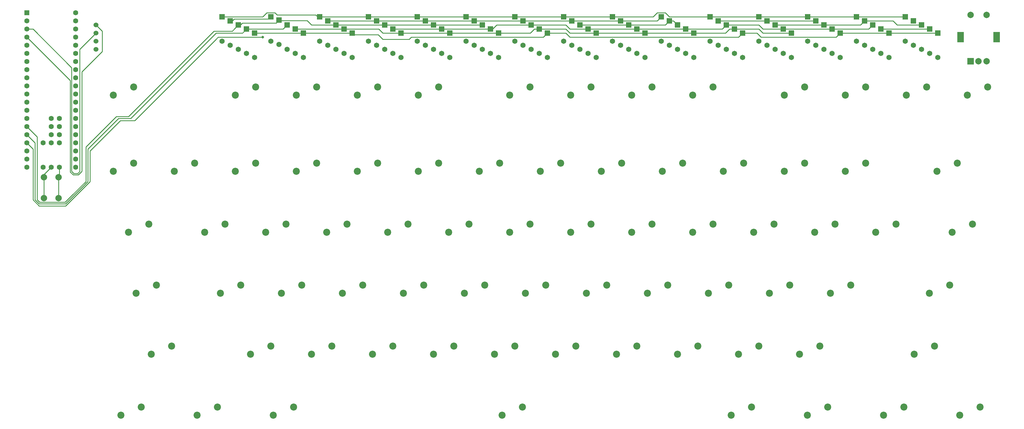
<source format=gbr>
%TF.GenerationSoftware,KiCad,Pcbnew,(5.1.7)-1*%
%TF.CreationDate,2020-12-17T15:46:30-08:00*%
%TF.ProjectId,memers and dreamers,6d656d65-7273-4206-916e-642064726561,rev?*%
%TF.SameCoordinates,Original*%
%TF.FileFunction,Copper,L1,Top*%
%TF.FilePolarity,Positive*%
%FSLAX46Y46*%
G04 Gerber Fmt 4.6, Leading zero omitted, Abs format (unit mm)*
G04 Created by KiCad (PCBNEW (5.1.7)-1) date 2020-12-17 15:46:30*
%MOMM*%
%LPD*%
G01*
G04 APERTURE LIST*
%TA.AperFunction,ComponentPad*%
%ADD10C,1.600000*%
%TD*%
%TA.AperFunction,ComponentPad*%
%ADD11R,1.600000X1.600000*%
%TD*%
%TA.AperFunction,ComponentPad*%
%ADD12C,2.200000*%
%TD*%
%TA.AperFunction,ComponentPad*%
%ADD13C,1.651000*%
%TD*%
%TA.AperFunction,ComponentPad*%
%ADD14R,1.651000X1.651000*%
%TD*%
%TA.AperFunction,ComponentPad*%
%ADD15C,2.000000*%
%TD*%
%TA.AperFunction,WasherPad*%
%ADD16R,2.000000X3.200000*%
%TD*%
%TA.AperFunction,ComponentPad*%
%ADD17R,2.000000X2.000000*%
%TD*%
%TA.AperFunction,ComponentPad*%
%ADD18C,1.524000*%
%TD*%
%TA.AperFunction,ViaPad*%
%ADD19C,0.800000*%
%TD*%
%TA.AperFunction,Conductor*%
%ADD20C,0.250000*%
%TD*%
G04 APERTURE END LIST*
D10*
%TO.P,U2,9*%
%TO.N,Net-(U2-Pad9)*%
X-6350000Y-54610000D03*
%TO.P,U2,10*%
%TO.N,Net-(U2-Pad10)*%
X-6350000Y-57150000D03*
%TO.P,U2,11*%
%TO.N,Net-(U2-Pad11)*%
X-6350000Y-59690000D03*
%TO.P,U2,8*%
%TO.N,Net-(U2-Pad8)*%
X-6350000Y-52070000D03*
%TO.P,U2,7*%
%TO.N,Net-(U2-Pad7)*%
X-6350000Y-49530000D03*
%TO.P,U2,6*%
%TO.N,Net-(U2-Pad6)*%
X-6350000Y-46990000D03*
%TO.P,U2,5*%
%TO.N,Net-(U2-Pad5)*%
X-6350000Y-44450000D03*
%TO.P,U2,4*%
%TO.N,SDA*%
X-6350000Y-41910000D03*
%TO.P,U2,3*%
%TO.N,SCL*%
X-6350000Y-39370000D03*
%TO.P,U2,2*%
%TO.N,Net-(U2-Pad2)*%
X-6350000Y-36830000D03*
D11*
%TO.P,U2,1*%
%TO.N,Net-(U2-Pad1)*%
X-6350000Y-34290000D03*
D10*
%TO.P,U2,12*%
%TO.N,Net-(U2-Pad12)*%
X-6350000Y-62230000D03*
%TO.P,U2,13*%
%TO.N,Row0*%
X-6350000Y-64770000D03*
%TO.P,U2,14*%
%TO.N,Row1*%
X-6350000Y-67310000D03*
%TO.P,U2,15*%
%TO.N,Row2*%
X-6350000Y-69850000D03*
%TO.P,U2,16*%
%TO.N,Row3*%
X-6350000Y-72390000D03*
%TO.P,U2,17*%
%TO.N,Row4*%
X-6350000Y-74930000D03*
%TO.P,U2,18*%
%TO.N,Row5*%
X-6350000Y-77470000D03*
%TO.P,U2,19*%
%TO.N,EncA*%
X-6350000Y-80010000D03*
%TO.P,U2,20*%
%TO.N,EncB*%
X-6350000Y-82550000D03*
%TO.P,U2,21*%
%TO.N,+5V*%
X-1270000Y-82550000D03*
%TO.P,U2,22*%
%TO.N,GND*%
X1270000Y-82550000D03*
%TO.P,U2,23*%
%TO.N,Reset*%
X3810000Y-82550000D03*
%TO.P,U2,24*%
%TO.N,Net-(U2-Pad24)*%
X8890000Y-82550000D03*
%TO.P,U2,25*%
%TO.N,Net-(U2-Pad25)*%
X8890000Y-80010000D03*
%TO.P,U2,26*%
%TO.N,Col14*%
X8890000Y-77470000D03*
%TO.P,U2,27*%
%TO.N,Col13*%
X8890000Y-74930000D03*
%TO.P,U2,28*%
%TO.N,Col12*%
X8890000Y-72390000D03*
%TO.P,U2,29*%
%TO.N,Col11*%
X8890000Y-69850000D03*
%TO.P,U2,30*%
%TO.N,Col10*%
X8890000Y-67310000D03*
%TO.P,U2,31*%
%TO.N,Col9*%
X8890000Y-64770000D03*
%TO.P,U2,32*%
%TO.N,Net-(U2-Pad32)*%
X8890000Y-62230000D03*
%TO.P,U2,33*%
%TO.N,GND*%
X8890000Y-59690000D03*
%TO.P,U2,34*%
%TO.N,Col8*%
X8890000Y-57150000D03*
%TO.P,U2,35*%
%TO.N,Col7*%
X8890000Y-54610000D03*
%TO.P,U2,36*%
%TO.N,Col6*%
X8890000Y-52070000D03*
%TO.P,U2,37*%
%TO.N,Col5*%
X8890000Y-49530000D03*
%TO.P,U2,38*%
%TO.N,Col4*%
X8890000Y-46990000D03*
%TO.P,U2,39*%
%TO.N,Col3*%
X8890000Y-44450000D03*
%TO.P,U2,40*%
%TO.N,Col2*%
X8890000Y-41910000D03*
%TO.P,U2,41*%
%TO.N,Col1*%
X8890000Y-39370000D03*
%TO.P,U2,42*%
%TO.N,Col0*%
X8890000Y-36830000D03*
%TO.P,U2,43*%
%TO.N,+5V*%
X8890000Y-34290000D03*
%TO.P,U2,44*%
%TO.N,Net-(U2-Pad44)*%
X3810000Y-67310000D03*
%TO.P,U2,45*%
%TO.N,Net-(U2-Pad45)*%
X3810000Y-69850000D03*
%TO.P,U2,46*%
%TO.N,Net-(U2-Pad46)*%
X3810000Y-72390000D03*
%TO.P,U2,47*%
%TO.N,Net-(U2-Pad47)*%
X3810000Y-74930000D03*
%TO.P,U2,48*%
%TO.N,Net-(U2-Pad48)*%
X1270000Y-67310000D03*
%TO.P,U2,49*%
%TO.N,Net-(U2-Pad49)*%
X1270000Y-69850000D03*
%TO.P,U2,50*%
%TO.N,Net-(U2-Pad50)*%
X1270000Y-72390000D03*
%TO.P,U2,51*%
%TO.N,Net-(U2-Pad51)*%
X1270000Y-74930000D03*
%TO.P,U2,52*%
%TO.N,Net-(U2-Pad52)*%
X-1270000Y-74930000D03*
%TD*%
D12*
%TO.P,SW14,1*%
%TO.N,Col0*%
X26957020Y-81280000D03*
%TO.P,SW14,2*%
%TO.N,Net-(D14-Pad2)*%
X20607020Y-83820000D03*
%TD*%
%TO.P,SW1,1*%
%TO.N,Col0*%
X26957020Y-57467500D03*
%TO.P,SW1,2*%
%TO.N,Net-(D1-Pad2)*%
X20607020Y-60007500D03*
%TD*%
D13*
%TO.P,D75,2*%
%TO.N,Net-(D75-Pad2)*%
X278130000Y-48260000D03*
D14*
%TO.P,D75,1*%
%TO.N,Row5*%
X278130000Y-40640000D03*
%TD*%
D13*
%TO.P,D74,2*%
%TO.N,Net-(D74-Pad2)*%
X262890000Y-48260000D03*
D14*
%TO.P,D74,1*%
%TO.N,Row5*%
X262890000Y-40640000D03*
%TD*%
D13*
%TO.P,D73,2*%
%TO.N,Net-(D73-Pad2)*%
X247650000Y-48260000D03*
D14*
%TO.P,D73,1*%
%TO.N,Row5*%
X247650000Y-40640000D03*
%TD*%
D13*
%TO.P,D72,2*%
%TO.N,Net-(D72-Pad2)*%
X217170000Y-48260000D03*
D14*
%TO.P,D72,1*%
%TO.N,Row5*%
X217170000Y-40640000D03*
%TD*%
D13*
%TO.P,D71,2*%
%TO.N,Net-(D71-Pad2)*%
X156210000Y-48260000D03*
D14*
%TO.P,D71,1*%
%TO.N,Row5*%
X156210000Y-40640000D03*
%TD*%
D13*
%TO.P,D70,2*%
%TO.N,Net-(D70-Pad2)*%
X95250000Y-48260000D03*
D14*
%TO.P,D70,1*%
%TO.N,Row5*%
X95250000Y-40640000D03*
%TD*%
D13*
%TO.P,D69,2*%
%TO.N,Net-(D69-Pad2)*%
X80010000Y-48260000D03*
D14*
%TO.P,D69,1*%
%TO.N,Row5*%
X80010000Y-40640000D03*
%TD*%
%TO.P,D68,1*%
%TO.N,Row5*%
X64770000Y-40640000D03*
D13*
%TO.P,D68,2*%
%TO.N,Net-(D68-Pad2)*%
X64770000Y-48260000D03*
%TD*%
%TO.P,D67,2*%
%TO.N,Net-(D67-Pad2)*%
X260350000Y-46990000D03*
D14*
%TO.P,D67,1*%
%TO.N,Row4*%
X260350000Y-39370000D03*
%TD*%
D13*
%TO.P,D66,2*%
%TO.N,Net-(D66-Pad2)*%
X232410000Y-48260000D03*
D14*
%TO.P,D66,1*%
%TO.N,Row4*%
X232410000Y-40640000D03*
%TD*%
D13*
%TO.P,D65,2*%
%TO.N,Net-(D65-Pad2)*%
X214630000Y-46990000D03*
D14*
%TO.P,D65,1*%
%TO.N,Row4*%
X214630000Y-39370000D03*
%TD*%
D13*
%TO.P,D64,2*%
%TO.N,Net-(D64-Pad2)*%
X201930000Y-48260000D03*
D14*
%TO.P,D64,1*%
%TO.N,Row4*%
X201930000Y-40640000D03*
%TD*%
D13*
%TO.P,D63,2*%
%TO.N,Net-(D63-Pad2)*%
X186690000Y-48260000D03*
D14*
%TO.P,D63,1*%
%TO.N,Row4*%
X186690000Y-40640000D03*
%TD*%
D13*
%TO.P,D62,2*%
%TO.N,Net-(D62-Pad2)*%
X171450000Y-48260000D03*
D14*
%TO.P,D62,1*%
%TO.N,Row4*%
X171450000Y-40640000D03*
%TD*%
D13*
%TO.P,D61,2*%
%TO.N,Net-(D61-Pad2)*%
X153670000Y-46990000D03*
D14*
%TO.P,D61,1*%
%TO.N,Row4*%
X153670000Y-39370000D03*
%TD*%
D13*
%TO.P,D60,2*%
%TO.N,Net-(D60-Pad2)*%
X140970000Y-48260000D03*
D14*
%TO.P,D60,1*%
%TO.N,Row4*%
X140970000Y-40640000D03*
%TD*%
D13*
%TO.P,D59,2*%
%TO.N,Net-(D59-Pad2)*%
X125730000Y-48260000D03*
D14*
%TO.P,D59,1*%
%TO.N,Row4*%
X125730000Y-40640000D03*
%TD*%
D13*
%TO.P,D58,2*%
%TO.N,Net-(D58-Pad2)*%
X110490000Y-48260000D03*
D14*
%TO.P,D58,1*%
%TO.N,Row4*%
X110490000Y-40640000D03*
%TD*%
D13*
%TO.P,D57,2*%
%TO.N,Net-(D57-Pad2)*%
X92710000Y-46990000D03*
D14*
%TO.P,D57,1*%
%TO.N,Row4*%
X92710000Y-39370000D03*
%TD*%
D13*
%TO.P,D56,2*%
%TO.N,Net-(D56-Pad2)*%
X77470000Y-46990000D03*
D14*
%TO.P,D56,1*%
%TO.N,Row4*%
X77470000Y-39370000D03*
%TD*%
D13*
%TO.P,D55,2*%
%TO.N,Net-(D55-Pad2)*%
X275590000Y-46990000D03*
D14*
%TO.P,D55,1*%
%TO.N,Row4*%
X275590000Y-39370000D03*
%TD*%
D13*
%TO.P,D54,2*%
%TO.N,Net-(D54-Pad2)*%
X257810000Y-45720000D03*
D14*
%TO.P,D54,1*%
%TO.N,Row3*%
X257810000Y-38100000D03*
%TD*%
D13*
%TO.P,D53,2*%
%TO.N,Net-(D53-Pad2)*%
X245110000Y-46990000D03*
D14*
%TO.P,D53,1*%
%TO.N,Row3*%
X245110000Y-39370000D03*
%TD*%
D13*
%TO.P,D52,2*%
%TO.N,Net-(D52-Pad2)*%
X229870000Y-46990000D03*
D14*
%TO.P,D52,1*%
%TO.N,Row3*%
X229870000Y-39370000D03*
%TD*%
D13*
%TO.P,D51,2*%
%TO.N,Net-(D51-Pad2)*%
X212090000Y-45720000D03*
D14*
%TO.P,D51,1*%
%TO.N,Row3*%
X212090000Y-38100000D03*
%TD*%
D13*
%TO.P,D50,2*%
%TO.N,Net-(D50-Pad2)*%
X199390000Y-46990000D03*
D14*
%TO.P,D50,1*%
%TO.N,Row3*%
X199390000Y-39370000D03*
%TD*%
D13*
%TO.P,D49,2*%
%TO.N,Net-(D49-Pad2)*%
X184150000Y-46990000D03*
D14*
%TO.P,D49,1*%
%TO.N,Row3*%
X184150000Y-39370000D03*
%TD*%
D13*
%TO.P,D48,2*%
%TO.N,Net-(D48-Pad2)*%
X168910000Y-46990000D03*
D14*
%TO.P,D48,1*%
%TO.N,Row3*%
X168910000Y-39370000D03*
%TD*%
D13*
%TO.P,D47,2*%
%TO.N,Net-(D47-Pad2)*%
X151130000Y-45720000D03*
D14*
%TO.P,D47,1*%
%TO.N,Row3*%
X151130000Y-38100000D03*
%TD*%
D13*
%TO.P,D46,2*%
%TO.N,Net-(D46-Pad2)*%
X138430000Y-46990000D03*
D14*
%TO.P,D46,1*%
%TO.N,Row3*%
X138430000Y-39370000D03*
%TD*%
D13*
%TO.P,D45,2*%
%TO.N,Net-(D45-Pad2)*%
X123190000Y-46990000D03*
D14*
%TO.P,D45,1*%
%TO.N,Row3*%
X123190000Y-39370000D03*
%TD*%
D13*
%TO.P,D44,2*%
%TO.N,Net-(D44-Pad2)*%
X107950000Y-46990000D03*
D14*
%TO.P,D44,1*%
%TO.N,Row3*%
X107950000Y-39370000D03*
%TD*%
D13*
%TO.P,D43,2*%
%TO.N,Net-(D43-Pad2)*%
X74930000Y-45720000D03*
D14*
%TO.P,D43,1*%
%TO.N,Row3*%
X74930000Y-38100000D03*
%TD*%
%TO.P,D42,1*%
%TO.N,Row3*%
X62230000Y-39370000D03*
D13*
%TO.P,D42,2*%
%TO.N,Net-(D42-Pad2)*%
X62230000Y-46990000D03*
%TD*%
%TO.P,D41,2*%
%TO.N,Net-(D41-Pad2)*%
X273050000Y-45720000D03*
D14*
%TO.P,D41,1*%
%TO.N,Row2*%
X273050000Y-38100000D03*
%TD*%
D13*
%TO.P,D40,2*%
%TO.N,Net-(D40-Pad2)*%
X255270000Y-44450000D03*
D14*
%TO.P,D40,1*%
%TO.N,Row2*%
X255270000Y-36830000D03*
%TD*%
D13*
%TO.P,D39,2*%
%TO.N,Net-(D39-Pad2)*%
X242570000Y-45720000D03*
D14*
%TO.P,D39,1*%
%TO.N,Row2*%
X242570000Y-38100000D03*
%TD*%
D13*
%TO.P,D38,2*%
%TO.N,Net-(D38-Pad2)*%
X227330000Y-45720000D03*
D14*
%TO.P,D38,1*%
%TO.N,Row2*%
X227330000Y-38100000D03*
%TD*%
D13*
%TO.P,D37,2*%
%TO.N,Net-(D37-Pad2)*%
X196850000Y-45720000D03*
D14*
%TO.P,D37,1*%
%TO.N,Row2*%
X196850000Y-38100000D03*
%TD*%
D13*
%TO.P,D36,2*%
%TO.N,Net-(D36-Pad2)*%
X194310000Y-44450000D03*
D14*
%TO.P,D36,1*%
%TO.N,Row2*%
X194310000Y-36830000D03*
%TD*%
D13*
%TO.P,D35,2*%
%TO.N,Net-(D35-Pad2)*%
X181610000Y-45720000D03*
D14*
%TO.P,D35,1*%
%TO.N,Row2*%
X181610000Y-38100000D03*
%TD*%
D13*
%TO.P,D34,2*%
%TO.N,Net-(D34-Pad2)*%
X166370000Y-45720000D03*
D14*
%TO.P,D34,1*%
%TO.N,Row2*%
X166370000Y-38100000D03*
%TD*%
D13*
%TO.P,D33,2*%
%TO.N,Net-(D33-Pad2)*%
X135890000Y-45720000D03*
D14*
%TO.P,D33,1*%
%TO.N,Row2*%
X135890000Y-38100000D03*
%TD*%
D13*
%TO.P,D32,2*%
%TO.N,Net-(D32-Pad2)*%
X120650000Y-45720000D03*
D14*
%TO.P,D32,1*%
%TO.N,Row2*%
X120650000Y-38100000D03*
%TD*%
D13*
%TO.P,D31,2*%
%TO.N,Net-(D31-Pad2)*%
X105410000Y-45720000D03*
D14*
%TO.P,D31,1*%
%TO.N,Row2*%
X105410000Y-38100000D03*
%TD*%
D13*
%TO.P,D30,2*%
%TO.N,Net-(D30-Pad2)*%
X90170000Y-45720000D03*
D14*
%TO.P,D30,1*%
%TO.N,Row2*%
X90170000Y-38100000D03*
%TD*%
D13*
%TO.P,D29,2*%
%TO.N,Net-(D29-Pad2)*%
X72390000Y-44196000D03*
D14*
%TO.P,D29,1*%
%TO.N,Row2*%
X72390000Y-36576000D03*
%TD*%
%TO.P,D28,1*%
%TO.N,Row2*%
X59690000Y-38100000D03*
D13*
%TO.P,D28,2*%
%TO.N,Net-(D28-Pad2)*%
X59690000Y-45720000D03*
%TD*%
%TO.P,D27,2*%
%TO.N,Net-(D27-Pad2)*%
X270510000Y-44450000D03*
D14*
%TO.P,D27,1*%
%TO.N,Row1*%
X270510000Y-36830000D03*
%TD*%
D13*
%TO.P,D26,2*%
%TO.N,Net-(D26-Pad2)*%
X240030000Y-44450000D03*
D14*
%TO.P,D26,1*%
%TO.N,Row1*%
X240030000Y-36830000D03*
%TD*%
D13*
%TO.P,D25,2*%
%TO.N,Net-(D25-Pad2)*%
X224790000Y-44450000D03*
D14*
%TO.P,D25,1*%
%TO.N,Row1*%
X224790000Y-36830000D03*
%TD*%
D13*
%TO.P,D24,2*%
%TO.N,Net-(D24-Pad2)*%
X209550000Y-44450000D03*
D14*
%TO.P,D24,1*%
%TO.N,Row1*%
X209550000Y-36830000D03*
%TD*%
D13*
%TO.P,D23,2*%
%TO.N,Net-(D23-Pad2)*%
X191770000Y-43180000D03*
D14*
%TO.P,D23,1*%
%TO.N,Row1*%
X191770000Y-35560000D03*
%TD*%
D13*
%TO.P,D22,2*%
%TO.N,Net-(D22-Pad2)*%
X179070000Y-44450000D03*
D14*
%TO.P,D22,1*%
%TO.N,Row1*%
X179070000Y-36830000D03*
%TD*%
D13*
%TO.P,D21,2*%
%TO.N,Net-(D21-Pad2)*%
X163830000Y-44450000D03*
D14*
%TO.P,D21,1*%
%TO.N,Row1*%
X163830000Y-36830000D03*
%TD*%
D13*
%TO.P,D20,2*%
%TO.N,Net-(D20-Pad2)*%
X148590000Y-44450000D03*
D14*
%TO.P,D20,1*%
%TO.N,Row1*%
X148590000Y-36830000D03*
%TD*%
D13*
%TO.P,D19,2*%
%TO.N,Net-(D19-Pad2)*%
X133350000Y-44450000D03*
D14*
%TO.P,D19,1*%
%TO.N,Row1*%
X133350000Y-36830000D03*
%TD*%
D13*
%TO.P,D18,2*%
%TO.N,Net-(D18-Pad2)*%
X118110000Y-44450000D03*
D14*
%TO.P,D18,1*%
%TO.N,Row1*%
X118110000Y-36830000D03*
%TD*%
D13*
%TO.P,D17,2*%
%TO.N,Net-(D17-Pad2)*%
X102870000Y-44450000D03*
D14*
%TO.P,D17,1*%
%TO.N,Row1*%
X102870000Y-36830000D03*
%TD*%
D13*
%TO.P,D16,2*%
%TO.N,Net-(D16-Pad2)*%
X87630000Y-44450000D03*
D14*
%TO.P,D16,1*%
%TO.N,Row1*%
X87630000Y-36830000D03*
%TD*%
D13*
%TO.P,D15,2*%
%TO.N,Net-(D15-Pad2)*%
X69850000Y-43180000D03*
D14*
%TO.P,D15,1*%
%TO.N,Row1*%
X69850000Y-35560000D03*
%TD*%
%TO.P,D14,1*%
%TO.N,Row1*%
X57150000Y-36830000D03*
D13*
%TO.P,D14,2*%
%TO.N,Net-(D14-Pad2)*%
X57150000Y-44450000D03*
%TD*%
%TO.P,D13,2*%
%TO.N,Net-(D13-Pad2)*%
X267970000Y-43180000D03*
D14*
%TO.P,D13,1*%
%TO.N,Row0*%
X267970000Y-35560000D03*
%TD*%
D13*
%TO.P,D12,2*%
%TO.N,Net-(D12-Pad2)*%
X252730000Y-43180000D03*
D14*
%TO.P,D12,1*%
%TO.N,Row0*%
X252730000Y-35560000D03*
%TD*%
D13*
%TO.P,D11,2*%
%TO.N,Net-(D11-Pad2)*%
X237490000Y-43180000D03*
D14*
%TO.P,D11,1*%
%TO.N,Row0*%
X237490000Y-35560000D03*
%TD*%
D13*
%TO.P,D10,2*%
%TO.N,Net-(D10-Pad2)*%
X222250000Y-43180000D03*
D14*
%TO.P,D10,1*%
%TO.N,Row0*%
X222250000Y-35560000D03*
%TD*%
D13*
%TO.P,D9,2*%
%TO.N,Net-(D9-Pad2)*%
X207010000Y-43180000D03*
D14*
%TO.P,D9,1*%
%TO.N,Row0*%
X207010000Y-35560000D03*
%TD*%
D13*
%TO.P,D8,2*%
%TO.N,Net-(D8-Pad2)*%
X176530000Y-43180000D03*
D14*
%TO.P,D8,1*%
%TO.N,Row0*%
X176530000Y-35560000D03*
%TD*%
D13*
%TO.P,D7,2*%
%TO.N,Net-(D7-Pad2)*%
X161290000Y-43180000D03*
D14*
%TO.P,D7,1*%
%TO.N,Row0*%
X161290000Y-35560000D03*
%TD*%
D13*
%TO.P,D6,2*%
%TO.N,Net-(D6-Pad2)*%
X146050000Y-43180000D03*
D14*
%TO.P,D6,1*%
%TO.N,Row0*%
X146050000Y-35560000D03*
%TD*%
D13*
%TO.P,D5,2*%
%TO.N,Net-(D5-Pad2)*%
X130810000Y-43180000D03*
D14*
%TO.P,D5,1*%
%TO.N,Row0*%
X130810000Y-35560000D03*
%TD*%
D13*
%TO.P,D4,2*%
%TO.N,Net-(D4-Pad2)*%
X115570000Y-43180000D03*
D14*
%TO.P,D4,1*%
%TO.N,Row0*%
X115570000Y-35560000D03*
%TD*%
D13*
%TO.P,D3,2*%
%TO.N,Net-(D3-Pad2)*%
X100330000Y-43180000D03*
D14*
%TO.P,D3,1*%
%TO.N,Row0*%
X100330000Y-35560000D03*
%TD*%
D13*
%TO.P,D2,2*%
%TO.N,Net-(D2-Pad2)*%
X85090000Y-43180000D03*
D14*
%TO.P,D2,1*%
%TO.N,Row0*%
X85090000Y-35560000D03*
%TD*%
%TO.P,D1,1*%
%TO.N,Row0*%
X54610000Y-35560000D03*
D13*
%TO.P,D1,2*%
%TO.N,Net-(D1-Pad2)*%
X54610000Y-43180000D03*
%TD*%
D12*
%TO.P,SW75,2*%
%TO.N,Net-(D75-Pad2)*%
X284988000Y-160020000D03*
%TO.P,SW75,1*%
%TO.N,Col14*%
X291338000Y-157480000D03*
%TD*%
%TO.P,SW74,2*%
%TO.N,Net-(D74-Pad2)*%
X261175500Y-160020000D03*
%TO.P,SW74,1*%
%TO.N,Col13*%
X267525500Y-157480000D03*
%TD*%
%TO.P,SW73,2*%
%TO.N,Net-(D73-Pad2)*%
X237363000Y-160020000D03*
%TO.P,SW73,1*%
%TO.N,Col11*%
X243713000Y-157480000D03*
%TD*%
%TO.P,SW72,2*%
%TO.N,Net-(D72-Pad2)*%
X213550500Y-160020000D03*
%TO.P,SW72,1*%
%TO.N,Col10*%
X219900500Y-157480000D03*
%TD*%
%TO.P,SW2,1*%
%TO.N,Col2*%
X65057020Y-57467500D03*
%TO.P,SW2,2*%
%TO.N,Net-(D2-Pad2)*%
X58707020Y-60007500D03*
%TD*%
%TO.P,SW3,1*%
%TO.N,Col3*%
X84107020Y-57467500D03*
%TO.P,SW3,2*%
%TO.N,Net-(D3-Pad2)*%
X77757020Y-60007500D03*
%TD*%
%TO.P,SW4,2*%
%TO.N,Net-(D4-Pad2)*%
X96807020Y-60007500D03*
%TO.P,SW4,1*%
%TO.N,Col4*%
X103157020Y-57467500D03*
%TD*%
%TO.P,SW5,1*%
%TO.N,Col5*%
X122207020Y-57467500D03*
%TO.P,SW5,2*%
%TO.N,Net-(D5-Pad2)*%
X115857020Y-60007500D03*
%TD*%
%TO.P,SW6,2*%
%TO.N,Net-(D6-Pad2)*%
X144432020Y-60007500D03*
%TO.P,SW6,1*%
%TO.N,Col7*%
X150782020Y-57467500D03*
%TD*%
%TO.P,SW7,1*%
%TO.N,Col8*%
X169832020Y-57467500D03*
%TO.P,SW7,2*%
%TO.N,Net-(D7-Pad2)*%
X163482020Y-60007500D03*
%TD*%
%TO.P,SW8,2*%
%TO.N,Net-(D8-Pad2)*%
X182532020Y-60007500D03*
%TO.P,SW8,1*%
%TO.N,Col9*%
X188882020Y-57467500D03*
%TD*%
%TO.P,SW9,2*%
%TO.N,Net-(D9-Pad2)*%
X201582020Y-60007500D03*
%TO.P,SW9,1*%
%TO.N,Col10*%
X207932020Y-57467500D03*
%TD*%
%TO.P,SW10,2*%
%TO.N,Net-(D10-Pad2)*%
X230157020Y-60007500D03*
%TO.P,SW10,1*%
%TO.N,Col11*%
X236507020Y-57467500D03*
%TD*%
%TO.P,SW11,1*%
%TO.N,Col12*%
X255557020Y-57467500D03*
%TO.P,SW11,2*%
%TO.N,Net-(D11-Pad2)*%
X249207020Y-60007500D03*
%TD*%
%TO.P,SW12,2*%
%TO.N,Net-(D12-Pad2)*%
X268257020Y-60007500D03*
%TO.P,SW12,1*%
%TO.N,Col13*%
X274607020Y-57467500D03*
%TD*%
%TO.P,SW13,1*%
%TO.N,Col14*%
X293657020Y-57467500D03*
%TO.P,SW13,2*%
%TO.N,Net-(D13-Pad2)*%
X287307020Y-60007500D03*
%TD*%
%TO.P,SW15,2*%
%TO.N,Net-(D15-Pad2)*%
X39657020Y-83820000D03*
%TO.P,SW15,1*%
%TO.N,Col1*%
X46007020Y-81280000D03*
%TD*%
%TO.P,SW16,2*%
%TO.N,Net-(D16-Pad2)*%
X58707020Y-83820000D03*
%TO.P,SW16,1*%
%TO.N,Col2*%
X65057020Y-81280000D03*
%TD*%
%TO.P,SW17,2*%
%TO.N,Net-(D17-Pad2)*%
X77757020Y-83820000D03*
%TO.P,SW17,1*%
%TO.N,Col3*%
X84107020Y-81280000D03*
%TD*%
%TO.P,SW18,1*%
%TO.N,Col4*%
X103157020Y-81280000D03*
%TO.P,SW18,2*%
%TO.N,Net-(D18-Pad2)*%
X96807020Y-83820000D03*
%TD*%
%TO.P,SW19,2*%
%TO.N,Net-(D19-Pad2)*%
X115857020Y-83820000D03*
%TO.P,SW19,1*%
%TO.N,Col5*%
X122207020Y-81280000D03*
%TD*%
%TO.P,SW20,1*%
%TO.N,Col6*%
X141257020Y-81280000D03*
%TO.P,SW20,2*%
%TO.N,Net-(D20-Pad2)*%
X134907020Y-83820000D03*
%TD*%
%TO.P,SW21,1*%
%TO.N,Col7*%
X160307020Y-81280000D03*
%TO.P,SW21,2*%
%TO.N,Net-(D21-Pad2)*%
X153957020Y-83820000D03*
%TD*%
%TO.P,SW22,2*%
%TO.N,Net-(D22-Pad2)*%
X173007020Y-83820000D03*
%TO.P,SW22,1*%
%TO.N,Col8*%
X179357020Y-81280000D03*
%TD*%
%TO.P,SW23,2*%
%TO.N,Net-(D23-Pad2)*%
X192057020Y-83820000D03*
%TO.P,SW23,1*%
%TO.N,Col9*%
X198407020Y-81280000D03*
%TD*%
%TO.P,SW24,1*%
%TO.N,Col10*%
X217457020Y-81280000D03*
%TO.P,SW24,2*%
%TO.N,Net-(D24-Pad2)*%
X211107020Y-83820000D03*
%TD*%
%TO.P,SW25,1*%
%TO.N,Col11*%
X236507020Y-81280000D03*
%TO.P,SW25,2*%
%TO.N,Net-(D25-Pad2)*%
X230157020Y-83820000D03*
%TD*%
%TO.P,SW26,1*%
%TO.N,Col12*%
X255557020Y-81280000D03*
%TO.P,SW26,2*%
%TO.N,Net-(D26-Pad2)*%
X249207020Y-83820000D03*
%TD*%
%TO.P,SW27,1*%
%TO.N,Col14*%
X284190440Y-81280000D03*
%TO.P,SW27,2*%
%TO.N,Net-(D27-Pad2)*%
X277840440Y-83820000D03*
%TD*%
%TO.P,SW28,1*%
%TO.N,Col0*%
X31719520Y-100330000D03*
%TO.P,SW28,2*%
%TO.N,Net-(D28-Pad2)*%
X25369520Y-102870000D03*
%TD*%
%TO.P,SW29,1*%
%TO.N,Col2*%
X55532020Y-100330000D03*
%TO.P,SW29,2*%
%TO.N,Net-(D29-Pad2)*%
X49182020Y-102870000D03*
%TD*%
%TO.P,SW30,2*%
%TO.N,Net-(D30-Pad2)*%
X68232020Y-102870000D03*
%TO.P,SW30,1*%
%TO.N,Col3*%
X74582020Y-100330000D03*
%TD*%
%TO.P,SW31,2*%
%TO.N,Net-(D31-Pad2)*%
X87282020Y-102870000D03*
%TO.P,SW31,1*%
%TO.N,Col4*%
X93632020Y-100330000D03*
%TD*%
%TO.P,SW32,2*%
%TO.N,Net-(D32-Pad2)*%
X106332020Y-102870000D03*
%TO.P,SW32,1*%
%TO.N,Col5*%
X112682020Y-100330000D03*
%TD*%
%TO.P,SW33,2*%
%TO.N,Net-(D33-Pad2)*%
X125382020Y-102870000D03*
%TO.P,SW33,1*%
%TO.N,Col6*%
X131732020Y-100330000D03*
%TD*%
%TO.P,SW34,2*%
%TO.N,Net-(D34-Pad2)*%
X144432020Y-102870000D03*
%TO.P,SW34,1*%
%TO.N,Col7*%
X150782020Y-100330000D03*
%TD*%
%TO.P,SW35,1*%
%TO.N,Col8*%
X169832020Y-100330000D03*
%TO.P,SW35,2*%
%TO.N,Net-(D35-Pad2)*%
X163482020Y-102870000D03*
%TD*%
%TO.P,SW36,2*%
%TO.N,Net-(D36-Pad2)*%
X182532020Y-102870000D03*
%TO.P,SW36,1*%
%TO.N,Col9*%
X188882020Y-100330000D03*
%TD*%
%TO.P,SW37,2*%
%TO.N,Net-(D37-Pad2)*%
X201582020Y-102870000D03*
%TO.P,SW37,1*%
%TO.N,Col10*%
X207932020Y-100330000D03*
%TD*%
%TO.P,SW38,1*%
%TO.N,Col11*%
X226982020Y-100330000D03*
%TO.P,SW38,2*%
%TO.N,Net-(D38-Pad2)*%
X220632020Y-102870000D03*
%TD*%
%TO.P,SW39,1*%
%TO.N,Col12*%
X246032020Y-100330000D03*
%TO.P,SW39,2*%
%TO.N,Net-(D39-Pad2)*%
X239682020Y-102870000D03*
%TD*%
%TO.P,SW40,1*%
%TO.N,Col13*%
X265082020Y-100330000D03*
%TO.P,SW40,2*%
%TO.N,Net-(D40-Pad2)*%
X258732020Y-102870000D03*
%TD*%
%TO.P,SW41,2*%
%TO.N,Net-(D41-Pad2)*%
X282605480Y-102872540D03*
%TO.P,SW41,1*%
%TO.N,Col14*%
X288955480Y-100332540D03*
%TD*%
%TO.P,SW42,1*%
%TO.N,Col0*%
X34099500Y-119380000D03*
%TO.P,SW42,2*%
%TO.N,Net-(D42-Pad2)*%
X27749500Y-121920000D03*
%TD*%
%TO.P,SW43,2*%
%TO.N,Net-(D43-Pad2)*%
X54038500Y-121920000D03*
%TO.P,SW43,1*%
%TO.N,Col2*%
X60388500Y-119380000D03*
%TD*%
%TO.P,SW44,1*%
%TO.N,Col3*%
X79438500Y-119380000D03*
%TO.P,SW44,2*%
%TO.N,Net-(D44-Pad2)*%
X73088500Y-121920000D03*
%TD*%
%TO.P,SW45,1*%
%TO.N,Col4*%
X98488500Y-119380000D03*
%TO.P,SW45,2*%
%TO.N,Net-(D45-Pad2)*%
X92138500Y-121920000D03*
%TD*%
%TO.P,SW46,1*%
%TO.N,Col5*%
X117538500Y-119380000D03*
%TO.P,SW46,2*%
%TO.N,Net-(D46-Pad2)*%
X111188500Y-121920000D03*
%TD*%
%TO.P,SW47,1*%
%TO.N,Col6*%
X136588500Y-119380000D03*
%TO.P,SW47,2*%
%TO.N,Net-(D47-Pad2)*%
X130238500Y-121920000D03*
%TD*%
%TO.P,SW48,2*%
%TO.N,Net-(D48-Pad2)*%
X149288500Y-121920000D03*
%TO.P,SW48,1*%
%TO.N,Col7*%
X155638500Y-119380000D03*
%TD*%
%TO.P,SW49,2*%
%TO.N,Net-(D49-Pad2)*%
X168338500Y-121920000D03*
%TO.P,SW49,1*%
%TO.N,Col8*%
X174688500Y-119380000D03*
%TD*%
%TO.P,SW50,1*%
%TO.N,Col9*%
X193738500Y-119380000D03*
%TO.P,SW50,2*%
%TO.N,Net-(D50-Pad2)*%
X187388500Y-121920000D03*
%TD*%
%TO.P,SW51,1*%
%TO.N,Col10*%
X212788500Y-119380000D03*
%TO.P,SW51,2*%
%TO.N,Net-(D51-Pad2)*%
X206438500Y-121920000D03*
%TD*%
%TO.P,SW52,2*%
%TO.N,Net-(D52-Pad2)*%
X225488500Y-121920000D03*
%TO.P,SW52,1*%
%TO.N,Col11*%
X231838500Y-119380000D03*
%TD*%
%TO.P,SW53,2*%
%TO.N,Net-(D53-Pad2)*%
X244538500Y-121920000D03*
%TO.P,SW53,1*%
%TO.N,Col12*%
X250888500Y-119380000D03*
%TD*%
%TO.P,SW54,2*%
%TO.N,Net-(D54-Pad2)*%
X275463000Y-121920000D03*
%TO.P,SW54,1*%
%TO.N,Col13*%
X281813000Y-119380000D03*
%TD*%
D15*
%TO.P,SW55,S1*%
%TO.N,Net-(D55-Pad2)*%
X293330000Y-34910000D03*
%TO.P,SW55,S2*%
%TO.N,Col14*%
X288330000Y-34910000D03*
D16*
%TO.P,SW55,*%
%TO.N,*%
X296430000Y-41910000D03*
X285230000Y-41910000D03*
D15*
%TO.P,SW55,B*%
%TO.N,EncB*%
X293330000Y-49410000D03*
%TO.P,SW55,C*%
%TO.N,GND*%
X290830000Y-49410000D03*
D17*
%TO.P,SW55,A*%
%TO.N,EncA*%
X288330000Y-49410000D03*
%TD*%
D12*
%TO.P,SW56,1*%
%TO.N,Col1*%
X38862000Y-138430000D03*
%TO.P,SW56,2*%
%TO.N,Net-(D56-Pad2)*%
X32512000Y-140970000D03*
%TD*%
%TO.P,SW57,2*%
%TO.N,Net-(D57-Pad2)*%
X63500000Y-140970000D03*
%TO.P,SW57,1*%
%TO.N,Col2*%
X69850000Y-138430000D03*
%TD*%
%TO.P,SW58,1*%
%TO.N,Col3*%
X88900000Y-138430000D03*
%TO.P,SW58,2*%
%TO.N,Net-(D58-Pad2)*%
X82550000Y-140970000D03*
%TD*%
%TO.P,SW59,1*%
%TO.N,Col4*%
X107950000Y-138430000D03*
%TO.P,SW59,2*%
%TO.N,Net-(D59-Pad2)*%
X101600000Y-140970000D03*
%TD*%
%TO.P,SW60,2*%
%TO.N,Net-(D60-Pad2)*%
X120650000Y-140970000D03*
%TO.P,SW60,1*%
%TO.N,Col5*%
X127000000Y-138430000D03*
%TD*%
%TO.P,SW61,2*%
%TO.N,Net-(D61-Pad2)*%
X139700000Y-140970000D03*
%TO.P,SW61,1*%
%TO.N,Col6*%
X146050000Y-138430000D03*
%TD*%
%TO.P,SW62,1*%
%TO.N,Col7*%
X165100000Y-138430000D03*
%TO.P,SW62,2*%
%TO.N,Net-(D62-Pad2)*%
X158750000Y-140970000D03*
%TD*%
%TO.P,SW63,2*%
%TO.N,Net-(D63-Pad2)*%
X177800000Y-140970000D03*
%TO.P,SW63,1*%
%TO.N,Col8*%
X184150000Y-138430000D03*
%TD*%
%TO.P,SW64,1*%
%TO.N,Col9*%
X203200000Y-138430000D03*
%TO.P,SW64,2*%
%TO.N,Net-(D64-Pad2)*%
X196850000Y-140970000D03*
%TD*%
%TO.P,SW65,1*%
%TO.N,Col10*%
X222250000Y-138430000D03*
%TO.P,SW65,2*%
%TO.N,Net-(D65-Pad2)*%
X215900000Y-140970000D03*
%TD*%
%TO.P,SW66,2*%
%TO.N,Net-(D66-Pad2)*%
X234950000Y-140970000D03*
%TO.P,SW66,1*%
%TO.N,Col11*%
X241300000Y-138430000D03*
%TD*%
%TO.P,SW67,1*%
%TO.N,Col13*%
X277050500Y-138430000D03*
%TO.P,SW67,2*%
%TO.N,Net-(D67-Pad2)*%
X270700500Y-140970000D03*
%TD*%
%TO.P,SW68,1*%
%TO.N,Col0*%
X29337000Y-157480000D03*
%TO.P,SW68,2*%
%TO.N,Net-(D68-Pad2)*%
X22987000Y-160020000D03*
%TD*%
%TO.P,SW69,2*%
%TO.N,Net-(D69-Pad2)*%
X46799500Y-160020000D03*
%TO.P,SW69,1*%
%TO.N,Col1*%
X53149500Y-157480000D03*
%TD*%
%TO.P,SW70,1*%
%TO.N,Col3*%
X76962000Y-157480000D03*
%TO.P,SW70,2*%
%TO.N,Net-(D70-Pad2)*%
X70612000Y-160020000D03*
%TD*%
%TO.P,SW71,1*%
%TO.N,Col6*%
X148399500Y-157480000D03*
%TO.P,SW71,2*%
%TO.N,Net-(D71-Pad2)*%
X142049500Y-160020000D03*
%TD*%
D15*
%TO.P,SW76,2*%
%TO.N,GND*%
X-1007500Y-85661500D03*
%TO.P,SW76,1*%
%TO.N,Reset*%
X3492500Y-85661500D03*
%TO.P,SW76,2*%
%TO.N,GND*%
X-1007500Y-92161500D03*
%TO.P,SW76,1*%
%TO.N,Reset*%
X3492500Y-92161500D03*
%TD*%
D18*
%TO.P,U1,1*%
%TO.N,SDA*%
X15240000Y-38100000D03*
%TO.P,U1,2*%
%TO.N,SCL*%
X15240000Y-40640000D03*
%TO.P,U1,3*%
%TO.N,+5V*%
X15240000Y-43180000D03*
%TO.P,U1,4*%
%TO.N,GND*%
X15240000Y-45720000D03*
%TD*%
D19*
%TO.N,Row4*%
X67310000Y-41910000D03*
%TD*%
D20*
%TO.N,Row0*%
X67310000Y-35560000D02*
X54610000Y-35560000D01*
X68580000Y-34290000D02*
X67310000Y-35560000D01*
X71120000Y-34290000D02*
X68580000Y-34290000D01*
X71755000Y-34925000D02*
X71120000Y-34290000D01*
X83820000Y-34925000D02*
X71755000Y-34925000D01*
X84455000Y-35560000D02*
X83820000Y-34925000D01*
X85090000Y-35560000D02*
X84455000Y-35560000D01*
X85090000Y-35560000D02*
X100330000Y-35560000D01*
X100330000Y-35560000D02*
X115570000Y-35560000D01*
X130810000Y-35560000D02*
X115570000Y-35560000D01*
X146050000Y-35560000D02*
X130810000Y-35560000D01*
X146050000Y-35560000D02*
X161290000Y-35560000D01*
X162863998Y-35560000D02*
X161290000Y-35560000D01*
X176530000Y-35560000D02*
X162863998Y-35560000D01*
X206375000Y-34925000D02*
X207010000Y-35560000D01*
X207010000Y-35560000D02*
X222250000Y-35560000D01*
X190500000Y-34290000D02*
X189230000Y-35560000D01*
X189230000Y-35560000D02*
X176530000Y-35560000D01*
X193040000Y-34290000D02*
X190500000Y-34290000D01*
X194310000Y-35560000D02*
X193040000Y-34290000D01*
X207010000Y-35560000D02*
X194310000Y-35560000D01*
X222250000Y-35560000D02*
X237490000Y-35560000D01*
X237490000Y-35560000D02*
X252730000Y-35560000D01*
X267970000Y-35560000D02*
X252730000Y-35560000D01*
%TO.N,Row1*%
X57150000Y-36830000D02*
X57785000Y-36830000D01*
X57785000Y-36830000D02*
X58420000Y-36195000D01*
X69215000Y-36195000D02*
X69850000Y-35560000D01*
X58420000Y-36195000D02*
X69215000Y-36195000D01*
X91136002Y-36830000D02*
X102870000Y-36830000D01*
X87630000Y-36830000D02*
X91136002Y-36830000D01*
X102870000Y-36830000D02*
X118110000Y-36830000D01*
X131776002Y-36830000D02*
X133350000Y-36830000D01*
X118110000Y-36830000D02*
X131776002Y-36830000D01*
X133350000Y-36830000D02*
X148590000Y-36830000D01*
X163830000Y-36830000D02*
X148590000Y-36830000D01*
X179070000Y-36830000D02*
X163830000Y-36830000D01*
X190500000Y-36830000D02*
X191770000Y-35560000D01*
X179070000Y-36830000D02*
X190500000Y-36830000D01*
X213056002Y-36830000D02*
X224790000Y-36830000D01*
X209550000Y-36830000D02*
X213056002Y-36830000D01*
X224790000Y-36830000D02*
X240030000Y-36830000D01*
%TO.N,Row2*%
X-3175000Y-73025000D02*
X-3175000Y-83820000D01*
X-6350000Y-69850000D02*
X-3175000Y-73025000D01*
X-3175000Y-83820000D02*
X-3175000Y-92710000D01*
X-2398499Y-93486501D02*
X5573499Y-93486501D01*
X-3175000Y-92710000D02*
X-2398499Y-93486501D01*
X5573499Y-93486501D02*
X7620000Y-91440000D01*
X7620000Y-91440000D02*
X12065000Y-86995000D01*
X12065000Y-86995000D02*
X12065000Y-76200000D01*
X12065000Y-76200000D02*
X21590000Y-66675000D01*
X21590000Y-66675000D02*
X25400000Y-66675000D01*
X25400000Y-66675000D02*
X50165000Y-41910000D01*
X50165000Y-41910000D02*
X51435000Y-40640000D01*
X59690000Y-38100000D02*
X58420000Y-39370000D01*
X58420000Y-39370000D02*
X57785000Y-40005000D01*
X57785000Y-40005000D02*
X52070000Y-40005000D01*
X52070000Y-40005000D02*
X51435000Y-40640000D01*
X59690000Y-38100000D02*
X60325000Y-38100000D01*
X60325000Y-38100000D02*
X60960000Y-37465000D01*
X71501000Y-37465000D02*
X72390000Y-36576000D01*
X60960000Y-37465000D02*
X71501000Y-37465000D01*
X254000000Y-38100000D02*
X255270000Y-36830000D01*
X242570000Y-38100000D02*
X254000000Y-38100000D01*
X72524501Y-36710501D02*
X81160501Y-36710501D01*
X72390000Y-36576000D02*
X72524501Y-36710501D01*
X81160501Y-36710501D02*
X82550000Y-38100000D01*
X82550000Y-38100000D02*
X90170000Y-38100000D01*
X90170000Y-38100000D02*
X105410000Y-38100000D01*
X227330000Y-38100000D02*
X242570000Y-38100000D01*
X265430000Y-38100000D02*
X273050000Y-38100000D01*
X264160000Y-36830000D02*
X265430000Y-38100000D01*
X255270000Y-36830000D02*
X264160000Y-36830000D01*
X119076002Y-38100000D02*
X120650000Y-38100000D01*
X105410000Y-38100000D02*
X119076002Y-38100000D01*
X124156002Y-38100000D02*
X135890000Y-38100000D01*
X120650000Y-38100000D02*
X124156002Y-38100000D01*
X166370000Y-38100000D02*
X181610000Y-38100000D01*
X193040000Y-38100000D02*
X194310000Y-36830000D01*
X181610000Y-38100000D02*
X193040000Y-38100000D01*
X195580000Y-36830000D02*
X196850000Y-38100000D01*
X194310000Y-36830000D02*
X195580000Y-36830000D01*
%TO.N,Row3*%
X-3810000Y-92711410D02*
X-3810000Y-74930000D01*
X-2584899Y-93936511D02*
X-3810000Y-92711410D01*
X12700000Y-86996410D02*
X5759900Y-93936510D01*
X12700000Y-76835000D02*
X12700000Y-86996410D01*
X5759900Y-93936510D02*
X-2584899Y-93936511D01*
X22225000Y-67310000D02*
X12700000Y-76835000D01*
X26035000Y-67310000D02*
X22225000Y-67310000D01*
X52070000Y-41275000D02*
X26035000Y-67310000D01*
X-3810000Y-74930000D02*
X-6350000Y-72390000D01*
X62230000Y-39370000D02*
X61595000Y-40005000D01*
X61595000Y-40005000D02*
X60960000Y-40640000D01*
X60960000Y-40640000D02*
X52705000Y-40640000D01*
X52705000Y-40640000D02*
X52070000Y-41275000D01*
X256540000Y-39370000D02*
X257810000Y-38100000D01*
X245110000Y-39370000D02*
X256540000Y-39370000D01*
X73660000Y-39370000D02*
X74930000Y-38100000D01*
X62230000Y-39370000D02*
X73660000Y-39370000D01*
X138430000Y-39370000D02*
X139065000Y-39370000D01*
X140335000Y-38100000D02*
X151130000Y-38100000D01*
X139065000Y-39370000D02*
X140335000Y-38100000D01*
X151130000Y-38100000D02*
X161925000Y-38100000D01*
X163195000Y-39370000D02*
X168910000Y-39370000D01*
X161925000Y-38100000D02*
X163195000Y-39370000D01*
X184150000Y-39370000D02*
X199390000Y-39370000D01*
X229870000Y-39370000D02*
X245110000Y-39370000D01*
X111456002Y-39370000D02*
X123190000Y-39370000D01*
X107950000Y-39370000D02*
X111456002Y-39370000D01*
X138430000Y-39370000D02*
X123190000Y-39370000D01*
X168910000Y-39370000D02*
X184150000Y-39370000D01*
X210820000Y-39370000D02*
X212090000Y-38100000D01*
X199390000Y-39370000D02*
X210820000Y-39370000D01*
X212090000Y-38100000D02*
X222250000Y-38100000D01*
X223520000Y-39370000D02*
X229870000Y-39370000D01*
X222250000Y-38100000D02*
X223520000Y-39370000D01*
%TO.N,Row4*%
X-4445000Y-76835000D02*
X-4445000Y-92712820D01*
X-6350000Y-74930000D02*
X-4445000Y-76835000D01*
X77470000Y-39370000D02*
X85090000Y-39370000D01*
X85090000Y-39370000D02*
X92710000Y-39370000D01*
X92710000Y-39370000D02*
X103505000Y-39370000D01*
X104775000Y-40640000D02*
X110490000Y-40640000D01*
X103505000Y-39370000D02*
X104775000Y-40640000D01*
X152096002Y-39370000D02*
X153670000Y-39370000D01*
X150826002Y-40640000D02*
X152096002Y-39370000D01*
X140970000Y-40640000D02*
X150826002Y-40640000D01*
X163195000Y-40640000D02*
X171450000Y-40640000D01*
X161925000Y-39370000D02*
X163195000Y-40640000D01*
X153670000Y-39370000D02*
X161925000Y-39370000D01*
X171450000Y-40640000D02*
X186690000Y-40640000D01*
X186690000Y-40640000D02*
X201930000Y-40640000D01*
X213056002Y-39370000D02*
X214630000Y-39370000D01*
X211786002Y-40640000D02*
X213056002Y-39370000D01*
X201930000Y-40640000D02*
X211786002Y-40640000D01*
X223520000Y-40640000D02*
X232410000Y-40640000D01*
X222250000Y-39370000D02*
X223520000Y-40640000D01*
X214630000Y-39370000D02*
X222250000Y-39370000D01*
X260350000Y-39370000D02*
X275590000Y-39370000D01*
X110490000Y-40640000D02*
X125730000Y-40640000D01*
X125730000Y-40640000D02*
X140970000Y-40640000D01*
X-4445000Y-92712820D02*
X-2542820Y-94615000D01*
X-2542820Y-94615000D02*
X5715000Y-94615000D01*
X5946301Y-94386519D02*
X13335000Y-86997820D01*
X5943481Y-94386519D02*
X5946301Y-94386519D01*
X5715000Y-94615000D02*
X5943481Y-94386519D01*
X13335000Y-86997820D02*
X13335000Y-81280000D01*
X13335000Y-81280000D02*
X13335000Y-77470000D01*
X13335000Y-77470000D02*
X22860000Y-67945000D01*
X22860000Y-67945000D02*
X27305000Y-67945000D01*
X27305000Y-67945000D02*
X52705000Y-42545000D01*
X52705000Y-42545000D02*
X53340000Y-41910000D01*
X53340000Y-41910000D02*
X67310000Y-41910000D01*
%TO.N,Row5*%
X247650000Y-40640000D02*
X262890000Y-40640000D01*
X78436002Y-40640000D02*
X80010000Y-40640000D01*
X64770000Y-40640000D02*
X78436002Y-40640000D01*
X80010000Y-40640000D02*
X86995000Y-40640000D01*
X86995000Y-40640000D02*
X95250000Y-40640000D01*
X262890000Y-40640000D02*
X278130000Y-40640000D01*
X113665000Y-41910000D02*
X154940000Y-41910000D01*
X154940000Y-41910000D02*
X156210000Y-40640000D01*
X113030000Y-42545000D02*
X113665000Y-41910000D01*
X104775000Y-42545000D02*
X113030000Y-42545000D01*
X103320010Y-41090010D02*
X104775000Y-42545000D01*
X95700010Y-41090010D02*
X103320010Y-41090010D01*
X95250000Y-40640000D02*
X95700010Y-41090010D01*
X64770000Y-40640000D02*
X64135000Y-41275000D01*
X215900000Y-41910000D02*
X217170000Y-40640000D01*
X163195000Y-41910000D02*
X215900000Y-41910000D01*
X161925000Y-40640000D02*
X163195000Y-41910000D01*
X156210000Y-40640000D02*
X161925000Y-40640000D01*
X217170000Y-40640000D02*
X221615000Y-40640000D01*
X221615000Y-40640000D02*
X222885000Y-41910000D01*
X246380000Y-41910000D02*
X247650000Y-40640000D01*
X222885000Y-41910000D02*
X246380000Y-41910000D01*
%TO.N,GND*%
X-1007500Y-84827500D02*
X-1007500Y-85661500D01*
X1270000Y-82550000D02*
X-1007500Y-84827500D01*
X-1007500Y-85661500D02*
X-1007500Y-92161500D01*
%TO.N,Reset*%
X3810000Y-85344000D02*
X3492500Y-85661500D01*
X3810000Y-82550000D02*
X3810000Y-85344000D01*
X3492500Y-85661500D02*
X3492500Y-92161500D01*
%TO.N,SDA*%
X9711401Y-84905009D02*
X10795000Y-83821410D01*
X8068600Y-84905010D02*
X9711401Y-84905009D01*
X7169991Y-84006401D02*
X8068600Y-84905010D01*
X7169991Y-55429991D02*
X7169991Y-84006401D01*
X-6350000Y-41910000D02*
X7169991Y-55429991D01*
X10795000Y-83821410D02*
X10795000Y-52705000D01*
X10795000Y-52705000D02*
X17145000Y-46355000D01*
X17145000Y-40005000D02*
X15240000Y-38100000D01*
X17145000Y-46355000D02*
X17145000Y-40005000D01*
%TO.N,SCL*%
X10160000Y-83820000D02*
X10160000Y-45720000D01*
X9525000Y-84455000D02*
X10160000Y-83820000D01*
X8255000Y-84455000D02*
X9525000Y-84455000D01*
X7620000Y-83820000D02*
X8255000Y-84455000D01*
X7620000Y-51435000D02*
X7620000Y-83820000D01*
X-4445000Y-39370000D02*
X7620000Y-51435000D01*
X10160000Y-45720000D02*
X15240000Y-40640000D01*
X-6350000Y-39370000D02*
X-4445000Y-39370000D01*
%TD*%
M02*

</source>
